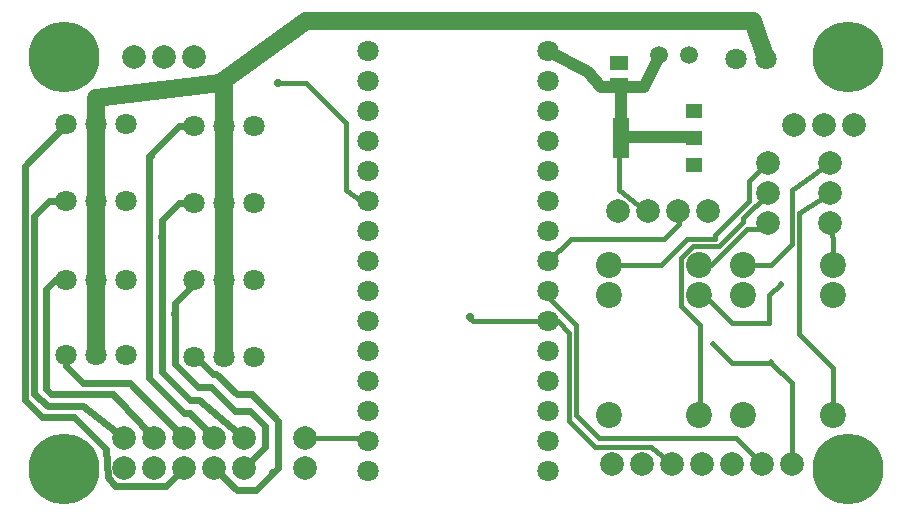
<source format=gbr>
%FSLAX34Y34*%
%MOMM*%
%LNCOPPER_TOP*%
G71*
G01*
%ADD10C, 1.800*%
%ADD11R, 1.400X1.200*%
%ADD12R, 1.400X3.500*%
%ADD13C, 6.000*%
%ADD14C, 0.700*%
%ADD15C, 1.500*%
%ADD16C, 1.800*%
%ADD17C, 2.000*%
%ADD18R, 1.600X1.300*%
%ADD19C, 1.500*%
%ADD20C, 1.000*%
%ADD21C, 0.400*%
%ADD22C, 0.600*%
%ADD23C, 2.200*%
%ADD24C, 0.500*%
%LPD*%
X449262Y-391988D02*
G54D10*
D03*
X449262Y-366588D02*
G54D10*
D03*
X449262Y-341188D02*
G54D10*
D03*
X449262Y-315788D02*
G54D10*
D03*
X449262Y-290388D02*
G54D10*
D03*
X449262Y-264988D02*
G54D10*
D03*
X449262Y-239588D02*
G54D10*
D03*
X449262Y-214188D02*
G54D10*
D03*
X449262Y-188788D02*
G54D10*
D03*
X449262Y-163388D02*
G54D10*
D03*
X449262Y-137988D02*
G54D10*
D03*
X449262Y-112588D02*
G54D10*
D03*
X449262Y-87188D02*
G54D10*
D03*
X449262Y-61788D02*
G54D10*
D03*
X449262Y-36388D02*
G54D10*
D03*
X296862Y-391988D02*
G54D10*
D03*
X296862Y-391988D02*
G54D10*
D03*
X296862Y-366588D02*
G54D10*
D03*
X296862Y-341188D02*
G54D10*
D03*
X296862Y-315788D02*
G54D10*
D03*
X296862Y-290388D02*
G54D10*
D03*
X296862Y-264988D02*
G54D10*
D03*
X296862Y-239588D02*
G54D10*
D03*
X296862Y-214188D02*
G54D10*
D03*
X296862Y-188788D02*
G54D10*
D03*
X296862Y-163388D02*
G54D10*
D03*
X296862Y-137988D02*
G54D10*
D03*
X296862Y-112588D02*
G54D10*
D03*
X296862Y-87188D02*
G54D10*
D03*
X296862Y-61788D02*
G54D10*
D03*
X296862Y-36388D02*
G54D10*
D03*
X572884Y-132740D02*
G54D11*
D03*
X572884Y-109740D02*
G54D11*
D03*
X572884Y-86740D02*
G54D11*
D03*
X510884Y-109740D02*
G54D12*
D03*
X703262Y-41150D02*
G54D13*
D03*
X703262Y-390400D02*
G54D13*
D03*
X39688Y-390400D02*
G54D13*
D03*
X39688Y-41150D02*
G54D13*
D03*
X573107Y-131649D02*
G54D14*
D03*
G54D15*
X633412Y-42738D02*
X622300Y-10988D01*
X244475Y-10988D01*
X171450Y-63500D01*
X66675Y-76200D01*
X66675Y-293562D01*
X608059Y-42869D02*
G54D16*
D03*
X633459Y-42869D02*
G54D16*
D03*
X573107Y-87162D02*
G54D14*
D03*
X149573Y-41280D02*
G54D17*
D03*
X124173Y-41280D02*
G54D17*
D03*
X98773Y-41280D02*
G54D17*
D03*
X509588Y-46038D02*
G54D18*
D03*
X509588Y-65037D02*
G54D18*
D03*
X510214Y-45364D02*
G54D14*
D03*
X542925Y-39688D02*
G54D19*
D03*
X568325Y-39688D02*
G54D19*
D03*
G54D20*
X449262Y-36388D02*
X482600Y-53850D01*
X493712Y-66550D01*
X530225Y-66550D01*
X542925Y-41150D01*
X687843Y-181630D02*
G54D17*
D03*
X687842Y-156230D02*
G54D17*
D03*
X687842Y-130830D02*
G54D17*
D03*
X243244Y-389279D02*
G54D17*
D03*
X243244Y-363879D02*
G54D17*
D03*
X584284Y-172064D02*
G54D17*
D03*
X558884Y-172064D02*
G54D17*
D03*
X533484Y-172064D02*
G54D17*
D03*
X508084Y-172064D02*
G54D17*
D03*
G54D20*
X512763Y-109412D02*
X573088Y-109412D01*
G54D20*
X511175Y-106237D02*
X511175Y-68137D01*
X92075Y-98426D02*
G54D16*
D03*
X66675Y-98426D02*
G54D16*
D03*
X41275Y-98426D02*
G54D16*
D03*
X192088Y-363538D02*
G54D17*
D03*
X192088Y-388938D02*
G54D17*
D03*
X166688Y-363538D02*
G54D17*
D03*
X166688Y-388938D02*
G54D17*
D03*
X141288Y-363538D02*
G54D17*
D03*
X141288Y-388938D02*
G54D17*
D03*
X115888Y-363538D02*
G54D17*
D03*
X115888Y-388937D02*
G54D17*
D03*
X90488Y-363538D02*
G54D17*
D03*
X90488Y-388937D02*
G54D17*
D03*
X200025Y-100013D02*
G54D16*
D03*
X174625Y-100013D02*
G54D16*
D03*
X149225Y-100013D02*
G54D16*
D03*
X92075Y-163513D02*
G54D16*
D03*
X66675Y-163513D02*
G54D16*
D03*
X41275Y-163513D02*
G54D16*
D03*
X200025Y-165101D02*
G54D16*
D03*
X174625Y-165101D02*
G54D16*
D03*
X149225Y-165101D02*
G54D16*
D03*
X92075Y-230188D02*
G54D16*
D03*
X66675Y-230188D02*
G54D16*
D03*
X41275Y-230188D02*
G54D16*
D03*
X200025Y-230188D02*
G54D16*
D03*
X174625Y-230188D02*
G54D16*
D03*
X149225Y-230188D02*
G54D16*
D03*
X92075Y-293688D02*
G54D16*
D03*
X66675Y-293688D02*
G54D16*
D03*
X41275Y-293688D02*
G54D16*
D03*
X200025Y-295276D02*
G54D16*
D03*
X174625Y-295276D02*
G54D16*
D03*
X149225Y-295276D02*
G54D16*
D03*
G54D15*
X174625Y-63500D02*
X174625Y-293562D01*
G54D21*
X238125Y-363538D02*
X293688Y-363538D01*
X296862Y-366712D01*
G54D22*
X141288Y-388938D02*
X138112Y-392112D01*
X125412Y-404812D01*
X82550Y-404812D01*
X76200Y-396875D01*
X74612Y-373062D01*
X47625Y-346075D01*
X20638Y-346075D01*
X6350Y-331788D01*
X6350Y-133350D01*
X41275Y-98425D01*
G54D22*
X41275Y-163512D02*
X26988Y-163512D01*
X14288Y-176212D01*
X14288Y-327025D01*
X25400Y-336550D01*
X55562Y-336550D01*
X90488Y-363538D01*
G54D22*
X41275Y-230188D02*
X31750Y-230188D01*
X23812Y-238125D01*
X23812Y-322262D01*
X28575Y-327025D01*
X80962Y-327025D01*
X115888Y-363538D01*
G54D22*
X41275Y-292100D02*
X41275Y-303212D01*
X55562Y-317500D01*
X95250Y-317500D01*
X141288Y-363538D01*
G54D22*
X149225Y-100012D02*
X136525Y-100012D01*
X111125Y-125412D01*
X111125Y-312738D01*
X141288Y-342900D01*
X146050Y-342900D01*
X166688Y-363538D01*
G54D22*
X149225Y-165100D02*
X136525Y-165100D01*
X122238Y-179388D01*
X122238Y-307975D01*
X146050Y-331788D01*
X153988Y-331788D01*
X192088Y-363538D01*
G54D22*
X149225Y-231775D02*
X149225Y-233362D01*
X133350Y-249238D01*
X133350Y-301625D01*
X152400Y-320675D01*
X163512Y-320675D01*
X184150Y-341312D01*
X196850Y-341312D01*
X209550Y-354012D01*
X209550Y-371475D01*
X192088Y-388938D01*
G54D22*
X166688Y-388938D02*
X185738Y-407988D01*
X201612Y-407988D01*
X220662Y-388938D01*
X220662Y-349250D01*
X198438Y-327025D01*
X185738Y-327025D01*
X168275Y-309562D01*
X165100Y-309562D01*
X149225Y-293688D01*
X215920Y-393549D02*
G54D14*
D03*
X112732Y-125262D02*
G54D14*
D03*
X122257Y-193524D02*
G54D14*
D03*
X133370Y-258612D02*
G54D14*
D03*
G54D21*
X296862Y-163512D02*
X290512Y-163512D01*
X277812Y-153988D01*
X277812Y-96838D01*
X244475Y-63500D01*
X220662Y-63500D01*
X220682Y-63349D02*
G54D14*
D03*
G54D21*
X509588Y-122238D02*
X509588Y-153988D01*
X533400Y-173038D01*
G54D21*
X560388Y-173038D02*
X560388Y-182562D01*
X547688Y-195262D01*
X468312Y-195262D01*
X449262Y-214312D01*
X577299Y-217717D02*
G54D23*
D03*
X577299Y-243118D02*
G54D23*
D03*
X577299Y-344718D02*
G54D23*
D03*
X501099Y-217717D02*
G54D23*
D03*
X501099Y-243118D02*
G54D23*
D03*
X501099Y-344717D02*
G54D23*
D03*
X579522Y-386376D02*
G54D17*
D03*
X554122Y-386376D02*
G54D17*
D03*
X528722Y-386376D02*
G54D17*
D03*
X503322Y-386376D02*
G54D17*
D03*
X655722Y-386376D02*
G54D17*
D03*
X630322Y-386376D02*
G54D17*
D03*
X604922Y-386376D02*
G54D17*
D03*
G54D21*
X449262Y-265112D02*
X385762Y-265112D01*
X382588Y-261938D01*
X382607Y-261787D02*
G54D14*
D03*
G54D21*
X449262Y-265112D02*
X457200Y-265112D01*
X466725Y-274638D01*
X466725Y-349250D01*
X488950Y-371475D01*
X536575Y-371475D01*
X554038Y-385762D01*
G54D21*
X449262Y-239712D02*
X449262Y-244475D01*
X473075Y-268288D01*
X473075Y-344488D01*
X492125Y-363538D01*
X608012Y-363538D01*
X630238Y-385762D01*
X690011Y-217717D02*
G54D23*
D03*
X690011Y-243118D02*
G54D23*
D03*
X690011Y-344718D02*
G54D23*
D03*
X613811Y-217717D02*
G54D23*
D03*
X613811Y-243118D02*
G54D23*
D03*
X613811Y-344717D02*
G54D23*
D03*
X635455Y-130830D02*
G54D17*
D03*
X635455Y-156230D02*
G54D17*
D03*
X635455Y-181630D02*
G54D17*
D03*
X573107Y-109424D02*
G54D14*
D03*
G54D21*
X690562Y-344488D02*
X690562Y-304800D01*
X661988Y-276225D01*
X661988Y-173038D01*
X687388Y-157162D01*
G54D21*
X690562Y-217488D02*
X690562Y-195262D01*
X687388Y-180975D01*
G54D21*
X614362Y-217488D02*
X638175Y-217488D01*
X655638Y-200025D01*
X655638Y-153988D01*
X688975Y-130175D01*
G54D21*
X577850Y-217488D02*
X587375Y-217488D01*
X617538Y-187325D01*
X630238Y-187325D01*
X636588Y-180975D01*
G54D21*
X577850Y-346075D02*
X577850Y-268288D01*
X561975Y-252412D01*
X561975Y-211138D01*
X571500Y-201612D01*
X593725Y-201612D01*
X614362Y-180975D01*
X614362Y-177800D01*
X635000Y-157162D01*
G54D21*
X501650Y-217488D02*
X544512Y-217488D01*
X566738Y-195262D01*
X590550Y-195262D01*
X590550Y-192088D01*
X619125Y-163512D01*
X619125Y-146050D01*
X635000Y-130175D01*
G54D21*
X588962Y-284162D02*
X604838Y-300038D01*
X638175Y-300038D01*
X655638Y-317500D01*
X655638Y-385762D01*
X657225Y-387350D01*
X638195Y-299887D02*
G54D24*
D03*
X588982Y-284012D02*
G54D24*
D03*
X707848Y-98931D02*
G54D17*
D03*
X682448Y-98931D02*
G54D17*
D03*
X657048Y-98931D02*
G54D17*
D03*
G54D21*
X577850Y-244475D02*
X582612Y-244475D01*
X604838Y-266700D01*
X636588Y-266700D01*
X636588Y-242888D01*
X646112Y-233362D01*
X646132Y-233212D02*
G54D24*
D03*
M02*

</source>
